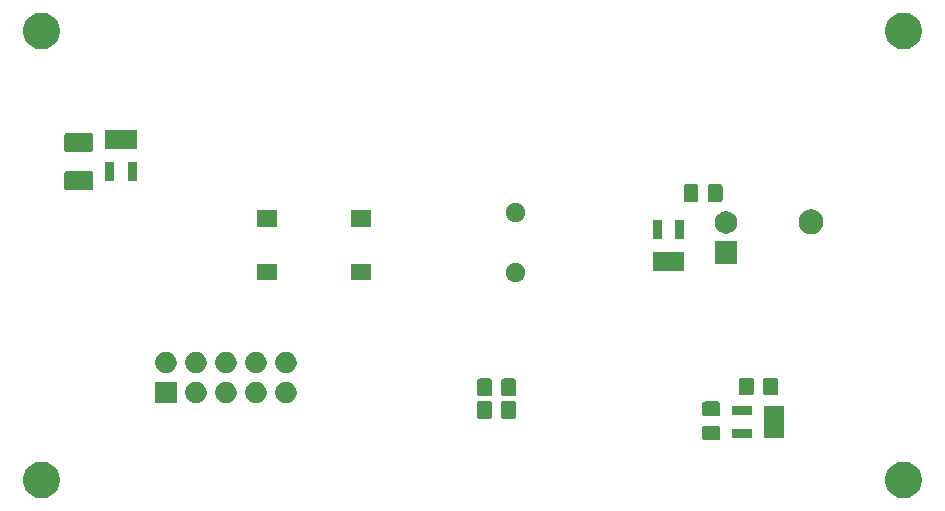
<source format=gbr>
G04 #@! TF.GenerationSoftware,KiCad,Pcbnew,5.1.5*
G04 #@! TF.CreationDate,2020-02-09T12:43:18+10:00*
G04 #@! TF.ProjectId,hrem,6872656d-2e6b-4696-9361-645f70636258,rev?*
G04 #@! TF.SameCoordinates,Original*
G04 #@! TF.FileFunction,Soldermask,Bot*
G04 #@! TF.FilePolarity,Negative*
%FSLAX46Y46*%
G04 Gerber Fmt 4.6, Leading zero omitted, Abs format (unit mm)*
G04 Created by KiCad (PCBNEW 5.1.5) date 2020-02-09 12:43:18*
%MOMM*%
%LPD*%
G04 APERTURE LIST*
%ADD10C,0.100000*%
G04 APERTURE END LIST*
D10*
G36*
X132611585Y-82833802D02*
G01*
X132761410Y-82863604D01*
X133043674Y-82980521D01*
X133297705Y-83150259D01*
X133513741Y-83366295D01*
X133683479Y-83620326D01*
X133800396Y-83902590D01*
X133860000Y-84202240D01*
X133860000Y-84507760D01*
X133800396Y-84807410D01*
X133683479Y-85089674D01*
X133513741Y-85343705D01*
X133297705Y-85559741D01*
X133043674Y-85729479D01*
X132761410Y-85846396D01*
X132611585Y-85876198D01*
X132461761Y-85906000D01*
X132156239Y-85906000D01*
X132006415Y-85876198D01*
X131856590Y-85846396D01*
X131574326Y-85729479D01*
X131320295Y-85559741D01*
X131104259Y-85343705D01*
X130934521Y-85089674D01*
X130817604Y-84807410D01*
X130758000Y-84507760D01*
X130758000Y-84202240D01*
X130817604Y-83902590D01*
X130934521Y-83620326D01*
X131104259Y-83366295D01*
X131320295Y-83150259D01*
X131574326Y-82980521D01*
X131856590Y-82863604D01*
X132006415Y-82833802D01*
X132156239Y-82804000D01*
X132461761Y-82804000D01*
X132611585Y-82833802D01*
G37*
G36*
X59611585Y-82833802D02*
G01*
X59761410Y-82863604D01*
X60043674Y-82980521D01*
X60297705Y-83150259D01*
X60513741Y-83366295D01*
X60683479Y-83620326D01*
X60800396Y-83902590D01*
X60860000Y-84202240D01*
X60860000Y-84507760D01*
X60800396Y-84807410D01*
X60683479Y-85089674D01*
X60513741Y-85343705D01*
X60297705Y-85559741D01*
X60043674Y-85729479D01*
X59761410Y-85846396D01*
X59611585Y-85876198D01*
X59461761Y-85906000D01*
X59156239Y-85906000D01*
X59006415Y-85876198D01*
X58856590Y-85846396D01*
X58574326Y-85729479D01*
X58320295Y-85559741D01*
X58104259Y-85343705D01*
X57934521Y-85089674D01*
X57817604Y-84807410D01*
X57758000Y-84507760D01*
X57758000Y-84202240D01*
X57817604Y-83902590D01*
X57934521Y-83620326D01*
X58104259Y-83366295D01*
X58320295Y-83150259D01*
X58574326Y-82980521D01*
X58856590Y-82863604D01*
X59006415Y-82833802D01*
X59156239Y-82804000D01*
X59461761Y-82804000D01*
X59611585Y-82833802D01*
G37*
G36*
X116603174Y-79769465D02*
G01*
X116640867Y-79780899D01*
X116675603Y-79799466D01*
X116706048Y-79824452D01*
X116731034Y-79854897D01*
X116749601Y-79889633D01*
X116761035Y-79927326D01*
X116765500Y-79972661D01*
X116765500Y-80809339D01*
X116761035Y-80854674D01*
X116749601Y-80892367D01*
X116731034Y-80927103D01*
X116706048Y-80957548D01*
X116675603Y-80982534D01*
X116640867Y-81001101D01*
X116603174Y-81012535D01*
X116557839Y-81017000D01*
X115471161Y-81017000D01*
X115425826Y-81012535D01*
X115388133Y-81001101D01*
X115353397Y-80982534D01*
X115322952Y-80957548D01*
X115297966Y-80927103D01*
X115279399Y-80892367D01*
X115267965Y-80854674D01*
X115263500Y-80809339D01*
X115263500Y-79972661D01*
X115267965Y-79927326D01*
X115279399Y-79889633D01*
X115297966Y-79854897D01*
X115322952Y-79824452D01*
X115353397Y-79799466D01*
X115388133Y-79780899D01*
X115425826Y-79769465D01*
X115471161Y-79765000D01*
X116557839Y-79765000D01*
X116603174Y-79769465D01*
G37*
G36*
X119479500Y-80764500D02*
G01*
X117817500Y-80764500D01*
X117817500Y-80012500D01*
X119479500Y-80012500D01*
X119479500Y-80764500D01*
G37*
G36*
X122179500Y-80764500D02*
G01*
X120517500Y-80764500D01*
X120517500Y-78112500D01*
X122179500Y-78112500D01*
X122179500Y-80764500D01*
G37*
G36*
X99333174Y-77675965D02*
G01*
X99370867Y-77687399D01*
X99405603Y-77705966D01*
X99436048Y-77730952D01*
X99461034Y-77761397D01*
X99479601Y-77796133D01*
X99491035Y-77833826D01*
X99495500Y-77879161D01*
X99495500Y-78965839D01*
X99491035Y-79011174D01*
X99479601Y-79048867D01*
X99461034Y-79083603D01*
X99436048Y-79114048D01*
X99405603Y-79139034D01*
X99370867Y-79157601D01*
X99333174Y-79169035D01*
X99287839Y-79173500D01*
X98451161Y-79173500D01*
X98405826Y-79169035D01*
X98368133Y-79157601D01*
X98333397Y-79139034D01*
X98302952Y-79114048D01*
X98277966Y-79083603D01*
X98259399Y-79048867D01*
X98247965Y-79011174D01*
X98243500Y-78965839D01*
X98243500Y-77879161D01*
X98247965Y-77833826D01*
X98259399Y-77796133D01*
X98277966Y-77761397D01*
X98302952Y-77730952D01*
X98333397Y-77705966D01*
X98368133Y-77687399D01*
X98405826Y-77675965D01*
X98451161Y-77671500D01*
X99287839Y-77671500D01*
X99333174Y-77675965D01*
G37*
G36*
X97283174Y-77675965D02*
G01*
X97320867Y-77687399D01*
X97355603Y-77705966D01*
X97386048Y-77730952D01*
X97411034Y-77761397D01*
X97429601Y-77796133D01*
X97441035Y-77833826D01*
X97445500Y-77879161D01*
X97445500Y-78965839D01*
X97441035Y-79011174D01*
X97429601Y-79048867D01*
X97411034Y-79083603D01*
X97386048Y-79114048D01*
X97355603Y-79139034D01*
X97320867Y-79157601D01*
X97283174Y-79169035D01*
X97237839Y-79173500D01*
X96401161Y-79173500D01*
X96355826Y-79169035D01*
X96318133Y-79157601D01*
X96283397Y-79139034D01*
X96252952Y-79114048D01*
X96227966Y-79083603D01*
X96209399Y-79048867D01*
X96197965Y-79011174D01*
X96193500Y-78965839D01*
X96193500Y-77879161D01*
X96197965Y-77833826D01*
X96209399Y-77796133D01*
X96227966Y-77761397D01*
X96252952Y-77730952D01*
X96283397Y-77705966D01*
X96318133Y-77687399D01*
X96355826Y-77675965D01*
X96401161Y-77671500D01*
X97237839Y-77671500D01*
X97283174Y-77675965D01*
G37*
G36*
X116603174Y-77719465D02*
G01*
X116640867Y-77730899D01*
X116675603Y-77749466D01*
X116706048Y-77774452D01*
X116731034Y-77804897D01*
X116749601Y-77839633D01*
X116761035Y-77877326D01*
X116765500Y-77922661D01*
X116765500Y-78759339D01*
X116761035Y-78804674D01*
X116749601Y-78842367D01*
X116731034Y-78877103D01*
X116706048Y-78907548D01*
X116675603Y-78932534D01*
X116640867Y-78951101D01*
X116603174Y-78962535D01*
X116557839Y-78967000D01*
X115471161Y-78967000D01*
X115425826Y-78962535D01*
X115388133Y-78951101D01*
X115353397Y-78932534D01*
X115322952Y-78907548D01*
X115297966Y-78877103D01*
X115279399Y-78842367D01*
X115267965Y-78804674D01*
X115263500Y-78759339D01*
X115263500Y-77922661D01*
X115267965Y-77877326D01*
X115279399Y-77839633D01*
X115297966Y-77804897D01*
X115322952Y-77774452D01*
X115353397Y-77749466D01*
X115388133Y-77730899D01*
X115425826Y-77719465D01*
X115471161Y-77715000D01*
X116557839Y-77715000D01*
X116603174Y-77719465D01*
G37*
G36*
X119479500Y-78864500D02*
G01*
X117817500Y-78864500D01*
X117817500Y-78112500D01*
X119479500Y-78112500D01*
X119479500Y-78864500D01*
G37*
G36*
X77736778Y-76082547D02*
G01*
X77903224Y-76151491D01*
X78053022Y-76251583D01*
X78180417Y-76378978D01*
X78280509Y-76528776D01*
X78349453Y-76695222D01*
X78384600Y-76871918D01*
X78384600Y-77052082D01*
X78349453Y-77228778D01*
X78280509Y-77395224D01*
X78180417Y-77545022D01*
X78053022Y-77672417D01*
X77903224Y-77772509D01*
X77736778Y-77841453D01*
X77560082Y-77876600D01*
X77379918Y-77876600D01*
X77203222Y-77841453D01*
X77036776Y-77772509D01*
X76886978Y-77672417D01*
X76759583Y-77545022D01*
X76659491Y-77395224D01*
X76590547Y-77228778D01*
X76555400Y-77052082D01*
X76555400Y-76871918D01*
X76590547Y-76695222D01*
X76659491Y-76528776D01*
X76759583Y-76378978D01*
X76886978Y-76251583D01*
X77036776Y-76151491D01*
X77203222Y-76082547D01*
X77379918Y-76047400D01*
X77560082Y-76047400D01*
X77736778Y-76082547D01*
G37*
G36*
X70764600Y-77876600D02*
G01*
X68935400Y-77876600D01*
X68935400Y-76047400D01*
X70764600Y-76047400D01*
X70764600Y-77876600D01*
G37*
G36*
X72656778Y-76082547D02*
G01*
X72823224Y-76151491D01*
X72973022Y-76251583D01*
X73100417Y-76378978D01*
X73200509Y-76528776D01*
X73269453Y-76695222D01*
X73304600Y-76871918D01*
X73304600Y-77052082D01*
X73269453Y-77228778D01*
X73200509Y-77395224D01*
X73100417Y-77545022D01*
X72973022Y-77672417D01*
X72823224Y-77772509D01*
X72656778Y-77841453D01*
X72480082Y-77876600D01*
X72299918Y-77876600D01*
X72123222Y-77841453D01*
X71956776Y-77772509D01*
X71806978Y-77672417D01*
X71679583Y-77545022D01*
X71579491Y-77395224D01*
X71510547Y-77228778D01*
X71475400Y-77052082D01*
X71475400Y-76871918D01*
X71510547Y-76695222D01*
X71579491Y-76528776D01*
X71679583Y-76378978D01*
X71806978Y-76251583D01*
X71956776Y-76151491D01*
X72123222Y-76082547D01*
X72299918Y-76047400D01*
X72480082Y-76047400D01*
X72656778Y-76082547D01*
G37*
G36*
X75196778Y-76082547D02*
G01*
X75363224Y-76151491D01*
X75513022Y-76251583D01*
X75640417Y-76378978D01*
X75740509Y-76528776D01*
X75809453Y-76695222D01*
X75844600Y-76871918D01*
X75844600Y-77052082D01*
X75809453Y-77228778D01*
X75740509Y-77395224D01*
X75640417Y-77545022D01*
X75513022Y-77672417D01*
X75363224Y-77772509D01*
X75196778Y-77841453D01*
X75020082Y-77876600D01*
X74839918Y-77876600D01*
X74663222Y-77841453D01*
X74496776Y-77772509D01*
X74346978Y-77672417D01*
X74219583Y-77545022D01*
X74119491Y-77395224D01*
X74050547Y-77228778D01*
X74015400Y-77052082D01*
X74015400Y-76871918D01*
X74050547Y-76695222D01*
X74119491Y-76528776D01*
X74219583Y-76378978D01*
X74346978Y-76251583D01*
X74496776Y-76151491D01*
X74663222Y-76082547D01*
X74839918Y-76047400D01*
X75020082Y-76047400D01*
X75196778Y-76082547D01*
G37*
G36*
X80276778Y-76082547D02*
G01*
X80443224Y-76151491D01*
X80593022Y-76251583D01*
X80720417Y-76378978D01*
X80820509Y-76528776D01*
X80889453Y-76695222D01*
X80924600Y-76871918D01*
X80924600Y-77052082D01*
X80889453Y-77228778D01*
X80820509Y-77395224D01*
X80720417Y-77545022D01*
X80593022Y-77672417D01*
X80443224Y-77772509D01*
X80276778Y-77841453D01*
X80100082Y-77876600D01*
X79919918Y-77876600D01*
X79743222Y-77841453D01*
X79576776Y-77772509D01*
X79426978Y-77672417D01*
X79299583Y-77545022D01*
X79199491Y-77395224D01*
X79130547Y-77228778D01*
X79095400Y-77052082D01*
X79095400Y-76871918D01*
X79130547Y-76695222D01*
X79199491Y-76528776D01*
X79299583Y-76378978D01*
X79426978Y-76251583D01*
X79576776Y-76151491D01*
X79743222Y-76082547D01*
X79919918Y-76047400D01*
X80100082Y-76047400D01*
X80276778Y-76082547D01*
G37*
G36*
X99342174Y-75770965D02*
G01*
X99379867Y-75782399D01*
X99414603Y-75800966D01*
X99445048Y-75825952D01*
X99470034Y-75856397D01*
X99488601Y-75891133D01*
X99500035Y-75928826D01*
X99504500Y-75974161D01*
X99504500Y-77060839D01*
X99500035Y-77106174D01*
X99488601Y-77143867D01*
X99470034Y-77178603D01*
X99445048Y-77209048D01*
X99414603Y-77234034D01*
X99379867Y-77252601D01*
X99342174Y-77264035D01*
X99296839Y-77268500D01*
X98460161Y-77268500D01*
X98414826Y-77264035D01*
X98377133Y-77252601D01*
X98342397Y-77234034D01*
X98311952Y-77209048D01*
X98286966Y-77178603D01*
X98268399Y-77143867D01*
X98256965Y-77106174D01*
X98252500Y-77060839D01*
X98252500Y-75974161D01*
X98256965Y-75928826D01*
X98268399Y-75891133D01*
X98286966Y-75856397D01*
X98311952Y-75825952D01*
X98342397Y-75800966D01*
X98377133Y-75782399D01*
X98414826Y-75770965D01*
X98460161Y-75766500D01*
X99296839Y-75766500D01*
X99342174Y-75770965D01*
G37*
G36*
X97292174Y-75770965D02*
G01*
X97329867Y-75782399D01*
X97364603Y-75800966D01*
X97395048Y-75825952D01*
X97420034Y-75856397D01*
X97438601Y-75891133D01*
X97450035Y-75928826D01*
X97454500Y-75974161D01*
X97454500Y-77060839D01*
X97450035Y-77106174D01*
X97438601Y-77143867D01*
X97420034Y-77178603D01*
X97395048Y-77209048D01*
X97364603Y-77234034D01*
X97329867Y-77252601D01*
X97292174Y-77264035D01*
X97246839Y-77268500D01*
X96410161Y-77268500D01*
X96364826Y-77264035D01*
X96327133Y-77252601D01*
X96292397Y-77234034D01*
X96261952Y-77209048D01*
X96236966Y-77178603D01*
X96218399Y-77143867D01*
X96206965Y-77106174D01*
X96202500Y-77060839D01*
X96202500Y-75974161D01*
X96206965Y-75928826D01*
X96218399Y-75891133D01*
X96236966Y-75856397D01*
X96261952Y-75825952D01*
X96292397Y-75800966D01*
X96327133Y-75782399D01*
X96364826Y-75770965D01*
X96410161Y-75766500D01*
X97246839Y-75766500D01*
X97292174Y-75770965D01*
G37*
G36*
X119453674Y-75707465D02*
G01*
X119491367Y-75718899D01*
X119526103Y-75737466D01*
X119556548Y-75762452D01*
X119581534Y-75792897D01*
X119600101Y-75827633D01*
X119611535Y-75865326D01*
X119616000Y-75910661D01*
X119616000Y-76997339D01*
X119611535Y-77042674D01*
X119600101Y-77080367D01*
X119581534Y-77115103D01*
X119556548Y-77145548D01*
X119526103Y-77170534D01*
X119491367Y-77189101D01*
X119453674Y-77200535D01*
X119408339Y-77205000D01*
X118571661Y-77205000D01*
X118526326Y-77200535D01*
X118488633Y-77189101D01*
X118453897Y-77170534D01*
X118423452Y-77145548D01*
X118398466Y-77115103D01*
X118379899Y-77080367D01*
X118368465Y-77042674D01*
X118364000Y-76997339D01*
X118364000Y-75910661D01*
X118368465Y-75865326D01*
X118379899Y-75827633D01*
X118398466Y-75792897D01*
X118423452Y-75762452D01*
X118453897Y-75737466D01*
X118488633Y-75718899D01*
X118526326Y-75707465D01*
X118571661Y-75703000D01*
X119408339Y-75703000D01*
X119453674Y-75707465D01*
G37*
G36*
X121503674Y-75707465D02*
G01*
X121541367Y-75718899D01*
X121576103Y-75737466D01*
X121606548Y-75762452D01*
X121631534Y-75792897D01*
X121650101Y-75827633D01*
X121661535Y-75865326D01*
X121666000Y-75910661D01*
X121666000Y-76997339D01*
X121661535Y-77042674D01*
X121650101Y-77080367D01*
X121631534Y-77115103D01*
X121606548Y-77145548D01*
X121576103Y-77170534D01*
X121541367Y-77189101D01*
X121503674Y-77200535D01*
X121458339Y-77205000D01*
X120621661Y-77205000D01*
X120576326Y-77200535D01*
X120538633Y-77189101D01*
X120503897Y-77170534D01*
X120473452Y-77145548D01*
X120448466Y-77115103D01*
X120429899Y-77080367D01*
X120418465Y-77042674D01*
X120414000Y-76997339D01*
X120414000Y-75910661D01*
X120418465Y-75865326D01*
X120429899Y-75827633D01*
X120448466Y-75792897D01*
X120473452Y-75762452D01*
X120503897Y-75737466D01*
X120538633Y-75718899D01*
X120576326Y-75707465D01*
X120621661Y-75703000D01*
X121458339Y-75703000D01*
X121503674Y-75707465D01*
G37*
G36*
X70116778Y-73542547D02*
G01*
X70283224Y-73611491D01*
X70433022Y-73711583D01*
X70560417Y-73838978D01*
X70660509Y-73988776D01*
X70729453Y-74155222D01*
X70764600Y-74331918D01*
X70764600Y-74512082D01*
X70729453Y-74688778D01*
X70660509Y-74855224D01*
X70560417Y-75005022D01*
X70433022Y-75132417D01*
X70283224Y-75232509D01*
X70116778Y-75301453D01*
X69940082Y-75336600D01*
X69759918Y-75336600D01*
X69583222Y-75301453D01*
X69416776Y-75232509D01*
X69266978Y-75132417D01*
X69139583Y-75005022D01*
X69039491Y-74855224D01*
X68970547Y-74688778D01*
X68935400Y-74512082D01*
X68935400Y-74331918D01*
X68970547Y-74155222D01*
X69039491Y-73988776D01*
X69139583Y-73838978D01*
X69266978Y-73711583D01*
X69416776Y-73611491D01*
X69583222Y-73542547D01*
X69759918Y-73507400D01*
X69940082Y-73507400D01*
X70116778Y-73542547D01*
G37*
G36*
X72656778Y-73542547D02*
G01*
X72823224Y-73611491D01*
X72973022Y-73711583D01*
X73100417Y-73838978D01*
X73200509Y-73988776D01*
X73269453Y-74155222D01*
X73304600Y-74331918D01*
X73304600Y-74512082D01*
X73269453Y-74688778D01*
X73200509Y-74855224D01*
X73100417Y-75005022D01*
X72973022Y-75132417D01*
X72823224Y-75232509D01*
X72656778Y-75301453D01*
X72480082Y-75336600D01*
X72299918Y-75336600D01*
X72123222Y-75301453D01*
X71956776Y-75232509D01*
X71806978Y-75132417D01*
X71679583Y-75005022D01*
X71579491Y-74855224D01*
X71510547Y-74688778D01*
X71475400Y-74512082D01*
X71475400Y-74331918D01*
X71510547Y-74155222D01*
X71579491Y-73988776D01*
X71679583Y-73838978D01*
X71806978Y-73711583D01*
X71956776Y-73611491D01*
X72123222Y-73542547D01*
X72299918Y-73507400D01*
X72480082Y-73507400D01*
X72656778Y-73542547D01*
G37*
G36*
X75196778Y-73542547D02*
G01*
X75363224Y-73611491D01*
X75513022Y-73711583D01*
X75640417Y-73838978D01*
X75740509Y-73988776D01*
X75809453Y-74155222D01*
X75844600Y-74331918D01*
X75844600Y-74512082D01*
X75809453Y-74688778D01*
X75740509Y-74855224D01*
X75640417Y-75005022D01*
X75513022Y-75132417D01*
X75363224Y-75232509D01*
X75196778Y-75301453D01*
X75020082Y-75336600D01*
X74839918Y-75336600D01*
X74663222Y-75301453D01*
X74496776Y-75232509D01*
X74346978Y-75132417D01*
X74219583Y-75005022D01*
X74119491Y-74855224D01*
X74050547Y-74688778D01*
X74015400Y-74512082D01*
X74015400Y-74331918D01*
X74050547Y-74155222D01*
X74119491Y-73988776D01*
X74219583Y-73838978D01*
X74346978Y-73711583D01*
X74496776Y-73611491D01*
X74663222Y-73542547D01*
X74839918Y-73507400D01*
X75020082Y-73507400D01*
X75196778Y-73542547D01*
G37*
G36*
X77736778Y-73542547D02*
G01*
X77903224Y-73611491D01*
X78053022Y-73711583D01*
X78180417Y-73838978D01*
X78280509Y-73988776D01*
X78349453Y-74155222D01*
X78384600Y-74331918D01*
X78384600Y-74512082D01*
X78349453Y-74688778D01*
X78280509Y-74855224D01*
X78180417Y-75005022D01*
X78053022Y-75132417D01*
X77903224Y-75232509D01*
X77736778Y-75301453D01*
X77560082Y-75336600D01*
X77379918Y-75336600D01*
X77203222Y-75301453D01*
X77036776Y-75232509D01*
X76886978Y-75132417D01*
X76759583Y-75005022D01*
X76659491Y-74855224D01*
X76590547Y-74688778D01*
X76555400Y-74512082D01*
X76555400Y-74331918D01*
X76590547Y-74155222D01*
X76659491Y-73988776D01*
X76759583Y-73838978D01*
X76886978Y-73711583D01*
X77036776Y-73611491D01*
X77203222Y-73542547D01*
X77379918Y-73507400D01*
X77560082Y-73507400D01*
X77736778Y-73542547D01*
G37*
G36*
X80276778Y-73542547D02*
G01*
X80443224Y-73611491D01*
X80593022Y-73711583D01*
X80720417Y-73838978D01*
X80820509Y-73988776D01*
X80889453Y-74155222D01*
X80924600Y-74331918D01*
X80924600Y-74512082D01*
X80889453Y-74688778D01*
X80820509Y-74855224D01*
X80720417Y-75005022D01*
X80593022Y-75132417D01*
X80443224Y-75232509D01*
X80276778Y-75301453D01*
X80100082Y-75336600D01*
X79919918Y-75336600D01*
X79743222Y-75301453D01*
X79576776Y-75232509D01*
X79426978Y-75132417D01*
X79299583Y-75005022D01*
X79199491Y-74855224D01*
X79130547Y-74688778D01*
X79095400Y-74512082D01*
X79095400Y-74331918D01*
X79130547Y-74155222D01*
X79199491Y-73988776D01*
X79299583Y-73838978D01*
X79426978Y-73711583D01*
X79576776Y-73611491D01*
X79743222Y-73542547D01*
X79919918Y-73507400D01*
X80100082Y-73507400D01*
X80276778Y-73542547D01*
G37*
G36*
X99678142Y-66020242D02*
G01*
X99826101Y-66081529D01*
X99959255Y-66170499D01*
X100072501Y-66283745D01*
X100161471Y-66416899D01*
X100222758Y-66564858D01*
X100254000Y-66721925D01*
X100254000Y-66882075D01*
X100222758Y-67039142D01*
X100161471Y-67187101D01*
X100072501Y-67320255D01*
X99959255Y-67433501D01*
X99826101Y-67522471D01*
X99678142Y-67583758D01*
X99521075Y-67615000D01*
X99360925Y-67615000D01*
X99203858Y-67583758D01*
X99055899Y-67522471D01*
X98922745Y-67433501D01*
X98809499Y-67320255D01*
X98720529Y-67187101D01*
X98659242Y-67039142D01*
X98628000Y-66882075D01*
X98628000Y-66721925D01*
X98659242Y-66564858D01*
X98720529Y-66416899D01*
X98809499Y-66283745D01*
X98922745Y-66170499D01*
X99055899Y-66081529D01*
X99203858Y-66020242D01*
X99360925Y-65989000D01*
X99521075Y-65989000D01*
X99678142Y-66020242D01*
G37*
G36*
X79236000Y-67439500D02*
G01*
X77584000Y-67439500D01*
X77584000Y-66037500D01*
X79236000Y-66037500D01*
X79236000Y-67439500D01*
G37*
G36*
X87186000Y-67439500D02*
G01*
X85534000Y-67439500D01*
X85534000Y-66037500D01*
X87186000Y-66037500D01*
X87186000Y-67439500D01*
G37*
G36*
X113718500Y-66680500D02*
G01*
X111066500Y-66680500D01*
X111066500Y-65018500D01*
X113718500Y-65018500D01*
X113718500Y-66680500D01*
G37*
G36*
X118235500Y-66038500D02*
G01*
X116333500Y-66038500D01*
X116333500Y-64136500D01*
X118235500Y-64136500D01*
X118235500Y-66038500D01*
G37*
G36*
X111818500Y-63980500D02*
G01*
X111066500Y-63980500D01*
X111066500Y-62318500D01*
X111818500Y-62318500D01*
X111818500Y-63980500D01*
G37*
G36*
X113718500Y-63980500D02*
G01*
X112966500Y-63980500D01*
X112966500Y-62318500D01*
X113718500Y-62318500D01*
X113718500Y-63980500D01*
G37*
G36*
X124766564Y-61473389D02*
G01*
X124957833Y-61552615D01*
X124957835Y-61552616D01*
X125023512Y-61596500D01*
X125129973Y-61667635D01*
X125276365Y-61814027D01*
X125391385Y-61986167D01*
X125470611Y-62177436D01*
X125511000Y-62380484D01*
X125511000Y-62587516D01*
X125470611Y-62790564D01*
X125456390Y-62824896D01*
X125391384Y-62981835D01*
X125276365Y-63153973D01*
X125129973Y-63300365D01*
X124957835Y-63415384D01*
X124957834Y-63415385D01*
X124957833Y-63415385D01*
X124766564Y-63494611D01*
X124563516Y-63535000D01*
X124356484Y-63535000D01*
X124153436Y-63494611D01*
X123962167Y-63415385D01*
X123962166Y-63415385D01*
X123962165Y-63415384D01*
X123790027Y-63300365D01*
X123643635Y-63153973D01*
X123528616Y-62981835D01*
X123463610Y-62824896D01*
X123449389Y-62790564D01*
X123409000Y-62587516D01*
X123409000Y-62380484D01*
X123449389Y-62177436D01*
X123528615Y-61986167D01*
X123643635Y-61814027D01*
X123790027Y-61667635D01*
X123896488Y-61596500D01*
X123962165Y-61552616D01*
X123962167Y-61552615D01*
X124153436Y-61473389D01*
X124356484Y-61433000D01*
X124563516Y-61433000D01*
X124766564Y-61473389D01*
G37*
G36*
X117561895Y-61633046D02*
G01*
X117734966Y-61704734D01*
X117734967Y-61704735D01*
X117890727Y-61808810D01*
X118023190Y-61941273D01*
X118035130Y-61959143D01*
X118127266Y-62097034D01*
X118198954Y-62270105D01*
X118235500Y-62453833D01*
X118235500Y-62641167D01*
X118198954Y-62824895D01*
X118127266Y-62997966D01*
X118127265Y-62997967D01*
X118023190Y-63153727D01*
X117890727Y-63286190D01*
X117812318Y-63338581D01*
X117734966Y-63390266D01*
X117561895Y-63461954D01*
X117378167Y-63498500D01*
X117190833Y-63498500D01*
X117007105Y-63461954D01*
X116834034Y-63390266D01*
X116756682Y-63338581D01*
X116678273Y-63286190D01*
X116545810Y-63153727D01*
X116441735Y-62997967D01*
X116441734Y-62997966D01*
X116370046Y-62824895D01*
X116333500Y-62641167D01*
X116333500Y-62453833D01*
X116370046Y-62270105D01*
X116441734Y-62097034D01*
X116533870Y-61959143D01*
X116545810Y-61941273D01*
X116678273Y-61808810D01*
X116834033Y-61704735D01*
X116834034Y-61704734D01*
X117007105Y-61633046D01*
X117190833Y-61596500D01*
X117378167Y-61596500D01*
X117561895Y-61633046D01*
G37*
G36*
X87186000Y-62939500D02*
G01*
X85534000Y-62939500D01*
X85534000Y-61537500D01*
X87186000Y-61537500D01*
X87186000Y-62939500D01*
G37*
G36*
X79236000Y-62939500D02*
G01*
X77584000Y-62939500D01*
X77584000Y-61537500D01*
X79236000Y-61537500D01*
X79236000Y-62939500D01*
G37*
G36*
X99678142Y-60940242D02*
G01*
X99826101Y-61001529D01*
X99959255Y-61090499D01*
X100072501Y-61203745D01*
X100161471Y-61336899D01*
X100222758Y-61484858D01*
X100254000Y-61641925D01*
X100254000Y-61802075D01*
X100222758Y-61959142D01*
X100161471Y-62107101D01*
X100072501Y-62240255D01*
X99959255Y-62353501D01*
X99826101Y-62442471D01*
X99678142Y-62503758D01*
X99521075Y-62535000D01*
X99360925Y-62535000D01*
X99203858Y-62503758D01*
X99055899Y-62442471D01*
X98922745Y-62353501D01*
X98809499Y-62240255D01*
X98720529Y-62107101D01*
X98659242Y-61959142D01*
X98628000Y-61802075D01*
X98628000Y-61641925D01*
X98659242Y-61484858D01*
X98720529Y-61336899D01*
X98809499Y-61203745D01*
X98922745Y-61090499D01*
X99055899Y-61001529D01*
X99203858Y-60940242D01*
X99360925Y-60909000D01*
X99521075Y-60909000D01*
X99678142Y-60940242D01*
G37*
G36*
X114763674Y-59324465D02*
G01*
X114801367Y-59335899D01*
X114836103Y-59354466D01*
X114866548Y-59379452D01*
X114891534Y-59409897D01*
X114910101Y-59444633D01*
X114921535Y-59482326D01*
X114926000Y-59527661D01*
X114926000Y-60614339D01*
X114921535Y-60659674D01*
X114910101Y-60697367D01*
X114891534Y-60732103D01*
X114866548Y-60762548D01*
X114836103Y-60787534D01*
X114801367Y-60806101D01*
X114763674Y-60817535D01*
X114718339Y-60822000D01*
X113881661Y-60822000D01*
X113836326Y-60817535D01*
X113798633Y-60806101D01*
X113763897Y-60787534D01*
X113733452Y-60762548D01*
X113708466Y-60732103D01*
X113689899Y-60697367D01*
X113678465Y-60659674D01*
X113674000Y-60614339D01*
X113674000Y-59527661D01*
X113678465Y-59482326D01*
X113689899Y-59444633D01*
X113708466Y-59409897D01*
X113733452Y-59379452D01*
X113763897Y-59354466D01*
X113798633Y-59335899D01*
X113836326Y-59324465D01*
X113881661Y-59320000D01*
X114718339Y-59320000D01*
X114763674Y-59324465D01*
G37*
G36*
X116813674Y-59324465D02*
G01*
X116851367Y-59335899D01*
X116886103Y-59354466D01*
X116916548Y-59379452D01*
X116941534Y-59409897D01*
X116960101Y-59444633D01*
X116971535Y-59482326D01*
X116976000Y-59527661D01*
X116976000Y-60614339D01*
X116971535Y-60659674D01*
X116960101Y-60697367D01*
X116941534Y-60732103D01*
X116916548Y-60762548D01*
X116886103Y-60787534D01*
X116851367Y-60806101D01*
X116813674Y-60817535D01*
X116768339Y-60822000D01*
X115931661Y-60822000D01*
X115886326Y-60817535D01*
X115848633Y-60806101D01*
X115813897Y-60787534D01*
X115783452Y-60762548D01*
X115758466Y-60732103D01*
X115739899Y-60697367D01*
X115728465Y-60659674D01*
X115724000Y-60614339D01*
X115724000Y-59527661D01*
X115728465Y-59482326D01*
X115739899Y-59444633D01*
X115758466Y-59409897D01*
X115783452Y-59379452D01*
X115813897Y-59354466D01*
X115848633Y-59335899D01*
X115886326Y-59324465D01*
X115931661Y-59320000D01*
X116768339Y-59320000D01*
X116813674Y-59324465D01*
G37*
G36*
X63562048Y-58232122D02*
G01*
X63596387Y-58242539D01*
X63628036Y-58259456D01*
X63655778Y-58282222D01*
X63678544Y-58309964D01*
X63695461Y-58341613D01*
X63705878Y-58375952D01*
X63710000Y-58417807D01*
X63710000Y-59640193D01*
X63705878Y-59682048D01*
X63695461Y-59716387D01*
X63678544Y-59748036D01*
X63655778Y-59775778D01*
X63628036Y-59798544D01*
X63596387Y-59815461D01*
X63562048Y-59825878D01*
X63520193Y-59830000D01*
X61447807Y-59830000D01*
X61405952Y-59825878D01*
X61371613Y-59815461D01*
X61339964Y-59798544D01*
X61312222Y-59775778D01*
X61289456Y-59748036D01*
X61272539Y-59716387D01*
X61262122Y-59682048D01*
X61258000Y-59640193D01*
X61258000Y-58417807D01*
X61262122Y-58375952D01*
X61272539Y-58341613D01*
X61289456Y-58309964D01*
X61312222Y-58282222D01*
X61339964Y-58259456D01*
X61371613Y-58242539D01*
X61405952Y-58232122D01*
X61447807Y-58228000D01*
X63520193Y-58228000D01*
X63562048Y-58232122D01*
G37*
G36*
X67366000Y-59077000D02*
G01*
X66614000Y-59077000D01*
X66614000Y-57415000D01*
X67366000Y-57415000D01*
X67366000Y-59077000D01*
G37*
G36*
X65466000Y-59077000D02*
G01*
X64714000Y-59077000D01*
X64714000Y-57415000D01*
X65466000Y-57415000D01*
X65466000Y-59077000D01*
G37*
G36*
X63562048Y-54982122D02*
G01*
X63596387Y-54992539D01*
X63628036Y-55009456D01*
X63655778Y-55032222D01*
X63678544Y-55059964D01*
X63695461Y-55091613D01*
X63705878Y-55125952D01*
X63710000Y-55167807D01*
X63710000Y-56390193D01*
X63705878Y-56432048D01*
X63695461Y-56466387D01*
X63678544Y-56498036D01*
X63655778Y-56525778D01*
X63628036Y-56548544D01*
X63596387Y-56565461D01*
X63562048Y-56575878D01*
X63520193Y-56580000D01*
X61447807Y-56580000D01*
X61405952Y-56575878D01*
X61371613Y-56565461D01*
X61339964Y-56548544D01*
X61312222Y-56525778D01*
X61289456Y-56498036D01*
X61272539Y-56466387D01*
X61262122Y-56432048D01*
X61258000Y-56390193D01*
X61258000Y-55167807D01*
X61262122Y-55125952D01*
X61272539Y-55091613D01*
X61289456Y-55059964D01*
X61312222Y-55032222D01*
X61339964Y-55009456D01*
X61371613Y-54992539D01*
X61405952Y-54982122D01*
X61447807Y-54978000D01*
X63520193Y-54978000D01*
X63562048Y-54982122D01*
G37*
G36*
X67366000Y-56377000D02*
G01*
X64714000Y-56377000D01*
X64714000Y-54715000D01*
X67366000Y-54715000D01*
X67366000Y-56377000D01*
G37*
G36*
X132611585Y-44833802D02*
G01*
X132761410Y-44863604D01*
X133043674Y-44980521D01*
X133297705Y-45150259D01*
X133513741Y-45366295D01*
X133683479Y-45620326D01*
X133800396Y-45902590D01*
X133860000Y-46202240D01*
X133860000Y-46507760D01*
X133800396Y-46807410D01*
X133683479Y-47089674D01*
X133513741Y-47343705D01*
X133297705Y-47559741D01*
X133043674Y-47729479D01*
X132761410Y-47846396D01*
X132611585Y-47876198D01*
X132461761Y-47906000D01*
X132156239Y-47906000D01*
X132006415Y-47876198D01*
X131856590Y-47846396D01*
X131574326Y-47729479D01*
X131320295Y-47559741D01*
X131104259Y-47343705D01*
X130934521Y-47089674D01*
X130817604Y-46807410D01*
X130758000Y-46507760D01*
X130758000Y-46202240D01*
X130817604Y-45902590D01*
X130934521Y-45620326D01*
X131104259Y-45366295D01*
X131320295Y-45150259D01*
X131574326Y-44980521D01*
X131856590Y-44863604D01*
X132006415Y-44833802D01*
X132156239Y-44804000D01*
X132461761Y-44804000D01*
X132611585Y-44833802D01*
G37*
G36*
X59611585Y-44833802D02*
G01*
X59761410Y-44863604D01*
X60043674Y-44980521D01*
X60297705Y-45150259D01*
X60513741Y-45366295D01*
X60683479Y-45620326D01*
X60800396Y-45902590D01*
X60860000Y-46202240D01*
X60860000Y-46507760D01*
X60800396Y-46807410D01*
X60683479Y-47089674D01*
X60513741Y-47343705D01*
X60297705Y-47559741D01*
X60043674Y-47729479D01*
X59761410Y-47846396D01*
X59611585Y-47876198D01*
X59461761Y-47906000D01*
X59156239Y-47906000D01*
X59006415Y-47876198D01*
X58856590Y-47846396D01*
X58574326Y-47729479D01*
X58320295Y-47559741D01*
X58104259Y-47343705D01*
X57934521Y-47089674D01*
X57817604Y-46807410D01*
X57758000Y-46507760D01*
X57758000Y-46202240D01*
X57817604Y-45902590D01*
X57934521Y-45620326D01*
X58104259Y-45366295D01*
X58320295Y-45150259D01*
X58574326Y-44980521D01*
X58856590Y-44863604D01*
X59006415Y-44833802D01*
X59156239Y-44804000D01*
X59461761Y-44804000D01*
X59611585Y-44833802D01*
G37*
M02*

</source>
